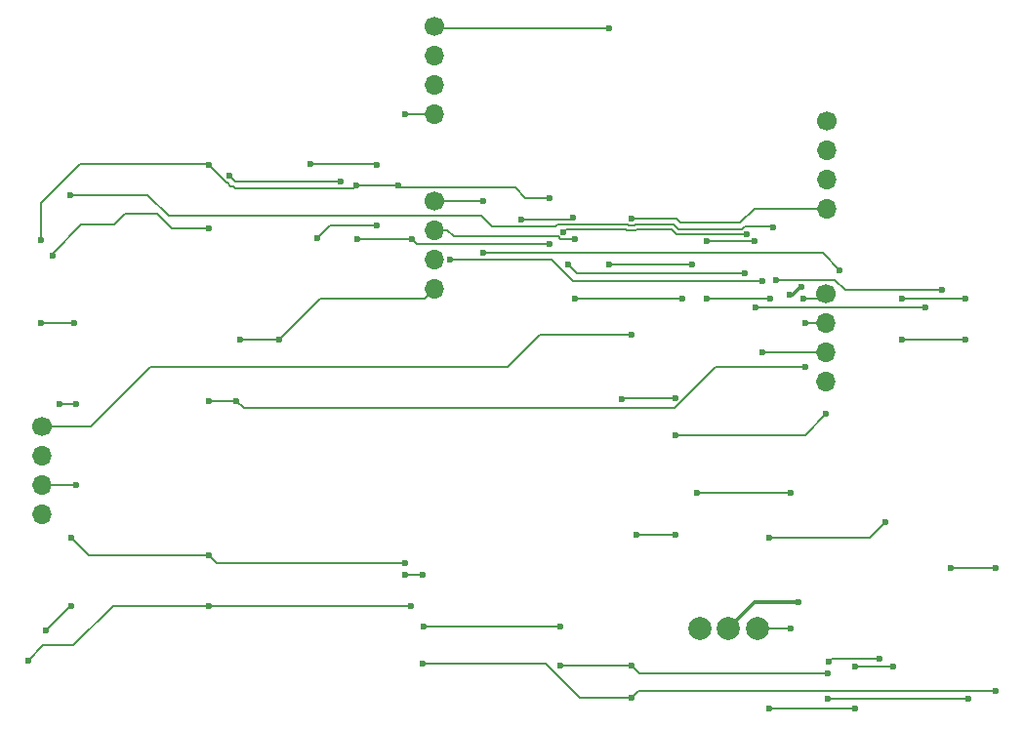
<source format=gbr>
G04 #@! TF.GenerationSoftware,KiCad,Pcbnew,9.0.0*
G04 #@! TF.CreationDate,2025-03-30T21:57:13+09:00*
G04 #@! TF.ProjectId,nofy,6e6f6679-2e6b-4696-9361-645f70636258,rev?*
G04 #@! TF.SameCoordinates,Original*
G04 #@! TF.FileFunction,Copper,L1,Top*
G04 #@! TF.FilePolarity,Positive*
%FSLAX46Y46*%
G04 Gerber Fmt 4.6, Leading zero omitted, Abs format (unit mm)*
G04 Created by KiCad (PCBNEW 9.0.0) date 2025-03-30 21:57:13*
%MOMM*%
%LPD*%
G01*
G04 APERTURE LIST*
G04 #@! TA.AperFunction,ComponentPad*
%ADD10C,1.700000*%
G04 #@! TD*
G04 #@! TA.AperFunction,ComponentPad*
%ADD11O,1.700000X1.700000*%
G04 #@! TD*
G04 #@! TA.AperFunction,ComponentPad*
%ADD12C,2.000000*%
G04 #@! TD*
G04 #@! TA.AperFunction,ViaPad*
%ADD13C,0.600000*%
G04 #@! TD*
G04 #@! TA.AperFunction,Conductor*
%ADD14C,0.200000*%
G04 #@! TD*
G04 #@! TA.AperFunction,Conductor*
%ADD15C,0.350000*%
G04 #@! TD*
G04 APERTURE END LIST*
D10*
X67300000Y-23160000D03*
D11*
X67300000Y-25700000D03*
X67300000Y-28240000D03*
X67300000Y-30780000D03*
D10*
X101300000Y-46360000D03*
D11*
X101300000Y-48900000D03*
X101300000Y-51440000D03*
X101300000Y-53980000D03*
D10*
X33315000Y-57805000D03*
D11*
X33315000Y-60345000D03*
X33315000Y-62885000D03*
X33315000Y-65425000D03*
D10*
X101315000Y-31305000D03*
D11*
X101315000Y-33845000D03*
X101315000Y-36385000D03*
X101315000Y-38925000D03*
D10*
X67300000Y-38305000D03*
D11*
X67300000Y-40845000D03*
X67300000Y-43385000D03*
X67300000Y-45925000D03*
D12*
X90300000Y-75400000D03*
X95300000Y-75400000D03*
X92800000Y-75400000D03*
D13*
X90950000Y-41747700D03*
X95121200Y-41747700D03*
X90946900Y-46767000D03*
X96400900Y-46767000D03*
X96350000Y-67472800D03*
X106450000Y-66100000D03*
X84378500Y-39787700D03*
X84378500Y-49860300D03*
X36083900Y-48900000D03*
X96679700Y-40573300D03*
X33150000Y-48850000D03*
X99342900Y-46739700D03*
X35750000Y-37750000D03*
X99486700Y-52662300D03*
X99486700Y-48900000D03*
X50150000Y-55624400D03*
X47718400Y-55624400D03*
X62350000Y-35158800D03*
X56559200Y-35053300D03*
X57161100Y-41478100D03*
X62350000Y-40427600D03*
X50450000Y-50315600D03*
X53808800Y-50315600D03*
X74851700Y-39878900D03*
X79350000Y-39724300D03*
X95788300Y-45241000D03*
X95788300Y-51440000D03*
X68654600Y-43390200D03*
X59214100Y-36584300D03*
X36229700Y-55905900D03*
X77310100Y-41996700D03*
X95181200Y-47536600D03*
X60600000Y-41573800D03*
X109931900Y-47536600D03*
X34168900Y-43022500D03*
X49550000Y-36100000D03*
X34798200Y-55905900D03*
X36229700Y-62885000D03*
X34168900Y-43022500D03*
X47750000Y-40640700D03*
X65397200Y-41573800D03*
X94225100Y-44558000D03*
X78893300Y-43806600D03*
X84424400Y-81368600D03*
X116031800Y-80779500D03*
X116031800Y-70146200D03*
X66300000Y-78395700D03*
X112067400Y-70146200D03*
X65317500Y-73397000D03*
X47718400Y-73397000D03*
X32050000Y-78150000D03*
X78226600Y-78587600D03*
X33600000Y-75500000D03*
X35829600Y-67472800D03*
X78226600Y-75178900D03*
X47773500Y-69006700D03*
X84411100Y-78587600D03*
X64781200Y-69693400D03*
X101407000Y-81431400D03*
X64781200Y-70733000D03*
X64781200Y-30780000D03*
X66366100Y-75178900D03*
X66300000Y-70733000D03*
X113612000Y-81431400D03*
X35829600Y-73400000D03*
X101407000Y-79259800D03*
X94446200Y-41145900D03*
X60570300Y-36897900D03*
X96985900Y-45184200D03*
X64151700Y-36950000D03*
X77323300Y-38009600D03*
X33150000Y-41650000D03*
X111300000Y-46011000D03*
X47750000Y-35114300D03*
X78518400Y-40966600D03*
X98155000Y-46423500D03*
X99170900Y-45716900D03*
X98927800Y-73083000D03*
X103791600Y-82283300D03*
X96350000Y-82283300D03*
X107090500Y-78645100D03*
X103791600Y-78645100D03*
X107850000Y-46754100D03*
X113350000Y-46754100D03*
X113350000Y-50350000D03*
X107876600Y-50350000D03*
X79509900Y-41568300D03*
X79509900Y-46738100D03*
X88775400Y-46738100D03*
X82453200Y-43760000D03*
X82453200Y-23271100D03*
X98216300Y-63564800D03*
X89649600Y-43760000D03*
X98216300Y-75400000D03*
X90067600Y-63564800D03*
X71580000Y-42788500D03*
X105942000Y-78015300D03*
X71580000Y-38273700D03*
X102461800Y-44258600D03*
X101519200Y-78255700D03*
X101300000Y-56743200D03*
X88191600Y-58586500D03*
X84822300Y-67220900D03*
X88191600Y-67220900D03*
X88191600Y-55357300D03*
X83608700Y-55455100D03*
D14*
X90950000Y-41747700D02*
X95121200Y-41747700D01*
X96400900Y-46767000D02*
X90946900Y-46767000D01*
X96350000Y-67472800D02*
X105077200Y-67472800D01*
X105077200Y-67472800D02*
X106450000Y-66100000D01*
X88636800Y-40142400D02*
X88282100Y-39787700D01*
X101315000Y-38925000D02*
X95048100Y-38925000D01*
X88282100Y-39787700D02*
X84378500Y-39787700D01*
X76487700Y-49860300D02*
X84378500Y-49860300D01*
X73685700Y-52662300D02*
X42685800Y-52662300D01*
X37543100Y-57805000D02*
X33315000Y-57805000D01*
X42685800Y-52662300D02*
X37543100Y-57805000D01*
X95048100Y-38925000D02*
X93830700Y-40142400D01*
X93830700Y-40142400D02*
X88636800Y-40142400D01*
X73685700Y-52662300D02*
X76487700Y-49860300D01*
X44261800Y-39575000D02*
X71385500Y-39575000D01*
X101300000Y-46360000D02*
X100920300Y-46739700D01*
X84674600Y-40342500D02*
X88068700Y-40342500D01*
X84129400Y-40389400D02*
X84627700Y-40389400D01*
X72312800Y-40502300D02*
X77806000Y-40502300D01*
X88470400Y-40744200D02*
X93996700Y-40744200D01*
X71385500Y-39575000D02*
X72312800Y-40502300D01*
X84082500Y-40342500D02*
X84129400Y-40389400D01*
X84627700Y-40389400D02*
X84674600Y-40342500D01*
X93996700Y-40744200D02*
X94225300Y-40515600D01*
X33200000Y-48900000D02*
X33150000Y-48850000D01*
X77806000Y-40502300D02*
X77965800Y-40342500D01*
X36083900Y-48900000D02*
X33200000Y-48900000D01*
X88068700Y-40342500D02*
X88470400Y-40744200D01*
X96622000Y-40515600D02*
X96679700Y-40573300D01*
X100920300Y-46739700D02*
X99342900Y-46739700D01*
X77965800Y-40342500D02*
X84082500Y-40342500D01*
X35750000Y-37750000D02*
X42436800Y-37750000D01*
X42436800Y-37750000D02*
X44261800Y-39575000D01*
X94225300Y-40515600D02*
X96622000Y-40515600D01*
X100148300Y-48900000D02*
X99486700Y-48900000D01*
X91737500Y-52662300D02*
X99486700Y-52662300D01*
X88143700Y-56256100D02*
X91737500Y-52662300D01*
X101300000Y-48900000D02*
X100148300Y-48900000D01*
X50781700Y-56256100D02*
X88143700Y-56256100D01*
X47718400Y-55624400D02*
X50150000Y-55624400D01*
X50150000Y-55624400D02*
X50781700Y-56256100D01*
X62244500Y-35053300D02*
X62350000Y-35158800D01*
X56559200Y-35053300D02*
X62244500Y-35053300D01*
X57161100Y-41478100D02*
X58211600Y-40427600D01*
X58211600Y-40427600D02*
X62350000Y-40427600D01*
X67300000Y-45925000D02*
X66485600Y-46739400D01*
X66485600Y-46739400D02*
X57385000Y-46739400D01*
X53808800Y-50315600D02*
X50450000Y-50315600D01*
X57385000Y-46739400D02*
X53808800Y-50315600D01*
X74851700Y-39878900D02*
X79195400Y-39878900D01*
X79195400Y-39878900D02*
X79350000Y-39724300D01*
X79343000Y-45241000D02*
X77492200Y-43390200D01*
X101300000Y-51440000D02*
X95788300Y-51440000D01*
X77492200Y-43390200D02*
X68654600Y-43390200D01*
X95788300Y-45241000D02*
X79343000Y-45241000D01*
X50034300Y-36584300D02*
X59214100Y-36584300D01*
X94225100Y-44558000D02*
X79644700Y-44558000D01*
X79644700Y-44558000D02*
X78893300Y-43806600D01*
X60600000Y-41573800D02*
X65397200Y-41573800D01*
X34168900Y-43022500D02*
X34168900Y-42844300D01*
X39537100Y-40331600D02*
X40487300Y-39381400D01*
X34168900Y-42844300D02*
X36681600Y-40331600D01*
X44559300Y-40640700D02*
X47750000Y-40640700D01*
X65820100Y-41996700D02*
X65397200Y-41573800D01*
X43300000Y-39381400D02*
X44559300Y-40640700D01*
X77310100Y-41996700D02*
X65820100Y-41996700D01*
X40487300Y-39381400D02*
X43300000Y-39381400D01*
X109931900Y-47536600D02*
X95181200Y-47536600D01*
X49550000Y-36100000D02*
X50034300Y-36584300D01*
X33315000Y-62885000D02*
X34466700Y-62885000D01*
X36681600Y-40331600D02*
X39537100Y-40331600D01*
X34798200Y-55905900D02*
X36229700Y-55905900D01*
X34466700Y-62885000D02*
X36229700Y-62885000D01*
X33375000Y-76825000D02*
X35999000Y-76825000D01*
X79924800Y-81368600D02*
X76951900Y-78395700D01*
X76951900Y-78395700D02*
X66300000Y-78395700D01*
X39427000Y-73397000D02*
X47718400Y-73397000D01*
X35999000Y-76825000D02*
X39427000Y-73397000D01*
X85013500Y-80779500D02*
X116031800Y-80779500D01*
X112067400Y-70146200D02*
X116031800Y-70146200D01*
X47718400Y-73397000D02*
X65317500Y-73397000D01*
X84424400Y-81368600D02*
X85013500Y-80779500D01*
X32050000Y-78150000D02*
X33375000Y-76825000D01*
X84424400Y-81368600D02*
X79924800Y-81368600D01*
X35829600Y-73400000D02*
X35700000Y-73400000D01*
X47773500Y-69006700D02*
X37363500Y-69006700D01*
X37363500Y-69006700D02*
X35829600Y-67472800D01*
X66300000Y-70733000D02*
X64781200Y-70733000D01*
X67300000Y-30780000D02*
X64781200Y-30780000D01*
X64781200Y-69693400D02*
X48460200Y-69693400D01*
X48460200Y-69693400D02*
X47773500Y-69006700D01*
X113612000Y-81431400D02*
X101407000Y-81431400D01*
X78226600Y-75178900D02*
X66366100Y-75178900D01*
X35700000Y-73400000D02*
X33600000Y-75500000D01*
X85083300Y-79259800D02*
X101407000Y-79259800D01*
X78226600Y-78587600D02*
X84411100Y-78587600D01*
X84411100Y-78587600D02*
X85083300Y-79259800D01*
X97054900Y-45115200D02*
X96985900Y-45184200D01*
X102040700Y-45115200D02*
X97054900Y-45115200D01*
X64151700Y-36950000D02*
X64101700Y-36900000D01*
X88304100Y-41145900D02*
X94446200Y-41145900D01*
X78739700Y-40745300D02*
X83917300Y-40745300D01*
X102936500Y-46011000D02*
X102040700Y-45115200D01*
X60570300Y-36897900D02*
X60282900Y-37185300D01*
X49301057Y-36701000D02*
X48949000Y-36348943D01*
X36551057Y-35049000D02*
X47684700Y-35049000D01*
X47684700Y-35049000D02*
X47750000Y-35114300D01*
X64241000Y-37114600D02*
X74314600Y-37114600D01*
X111300000Y-46011000D02*
X102936500Y-46011000D01*
X87903500Y-40745300D02*
X88304100Y-41145900D01*
X64151700Y-37025300D02*
X64241000Y-37114600D01*
X64101700Y-36900000D02*
X60572400Y-36900000D01*
X83917300Y-40745300D02*
X83963100Y-40791100D01*
X49868200Y-36985300D02*
X49621000Y-36985300D01*
X48949000Y-36348943D02*
X48949000Y-36313300D01*
X75209600Y-38009600D02*
X77323300Y-38009600D01*
X64151700Y-36950000D02*
X64151700Y-37025300D01*
X60282900Y-37185300D02*
X50068200Y-37185300D01*
X84794000Y-40791100D02*
X84839800Y-40745300D01*
X49336700Y-36701000D02*
X49301057Y-36701000D01*
X49621000Y-36985300D02*
X49336700Y-36701000D01*
X33150000Y-38450057D02*
X36551057Y-35049000D01*
X83963100Y-40791100D02*
X84794000Y-40791100D01*
X74314600Y-37114600D02*
X75209600Y-38009600D01*
X78518400Y-40966600D02*
X78739700Y-40745300D01*
X60572400Y-36900000D02*
X60570300Y-36897900D01*
X50068200Y-37185300D02*
X49868200Y-36985300D01*
X33150000Y-41650000D02*
X33150000Y-38450057D01*
X48949000Y-36313300D02*
X47750000Y-35114300D01*
X84839800Y-40745300D02*
X87903500Y-40745300D01*
D15*
X95117000Y-73083000D02*
X98927800Y-73083000D01*
X99083000Y-45717000D02*
X99170900Y-45717000D01*
X99170900Y-45717000D02*
X99170900Y-45716900D01*
X98155000Y-46423500D02*
X98376500Y-46423500D01*
X98376500Y-46423500D02*
X99083000Y-45717000D01*
X92800000Y-75400000D02*
X95117000Y-73083000D01*
D14*
X103791600Y-78645100D02*
X107090500Y-78645100D01*
X96350000Y-82283300D02*
X103791600Y-82283300D01*
X113350000Y-46754100D02*
X107850000Y-46754100D01*
X113350000Y-50350000D02*
X107876600Y-50350000D01*
X78061000Y-41360000D02*
X78269300Y-41568300D01*
X68451700Y-40845000D02*
X68966700Y-41360000D01*
X67300000Y-40845000D02*
X68451700Y-40845000D01*
X68966700Y-41360000D02*
X78061000Y-41360000D01*
X88775400Y-46738100D02*
X79509900Y-46738100D01*
X78269300Y-41568300D02*
X79509900Y-41568300D01*
X82453200Y-43760000D02*
X89649600Y-43760000D01*
X98216300Y-75400000D02*
X95300000Y-75400000D01*
X67300000Y-23160000D02*
X67411100Y-23271100D01*
X67411100Y-23271100D02*
X82453200Y-23271100D01*
X90067600Y-63564800D02*
X98216300Y-63564800D01*
X67331300Y-38273700D02*
X67300000Y-38305000D01*
X100991700Y-42788500D02*
X102461800Y-44258600D01*
X71580000Y-42788500D02*
X100991700Y-42788500D01*
X105942000Y-78015300D02*
X101759600Y-78015300D01*
X101759600Y-78015300D02*
X101519200Y-78255700D01*
X71580000Y-38273700D02*
X67331300Y-38273700D01*
X99456700Y-58586500D02*
X101300000Y-56743200D01*
X83706500Y-55357300D02*
X83608700Y-55455100D01*
X84822300Y-67220900D02*
X88191600Y-67220900D01*
X88191600Y-55357300D02*
X83706500Y-55357300D01*
X88191600Y-58586500D02*
X99456700Y-58586500D01*
M02*

</source>
